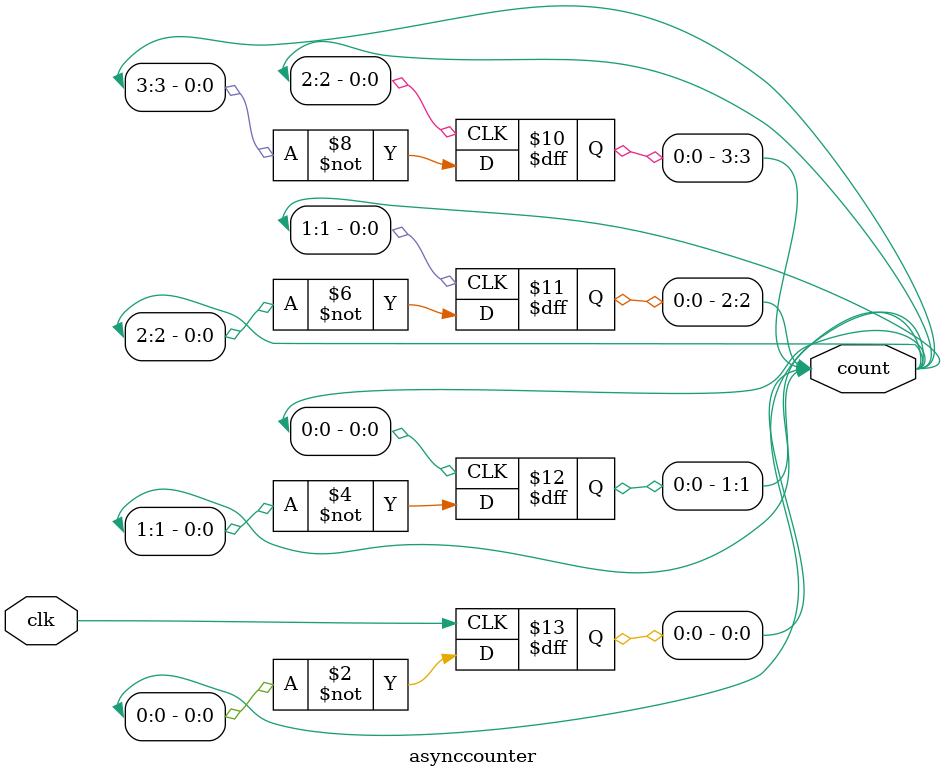
<source format=v>
`timescale 1ns / 1ps


module asynccounter(
    input clk,
    output[3:0] count);
    reg[3:0] count;
    wire clk;
    initial
        count = 4'b0000;
    always @( negedge clk )
        count[0] <= ~count[0];
    always @( negedge count[0] )
        count[1] <= ~count[1];
    always @( negedge count[1] )
        count[2] <= ~count[2];
    always @( negedge count[2] )
        count[3] <= ~count[3];
    endmodule


</source>
